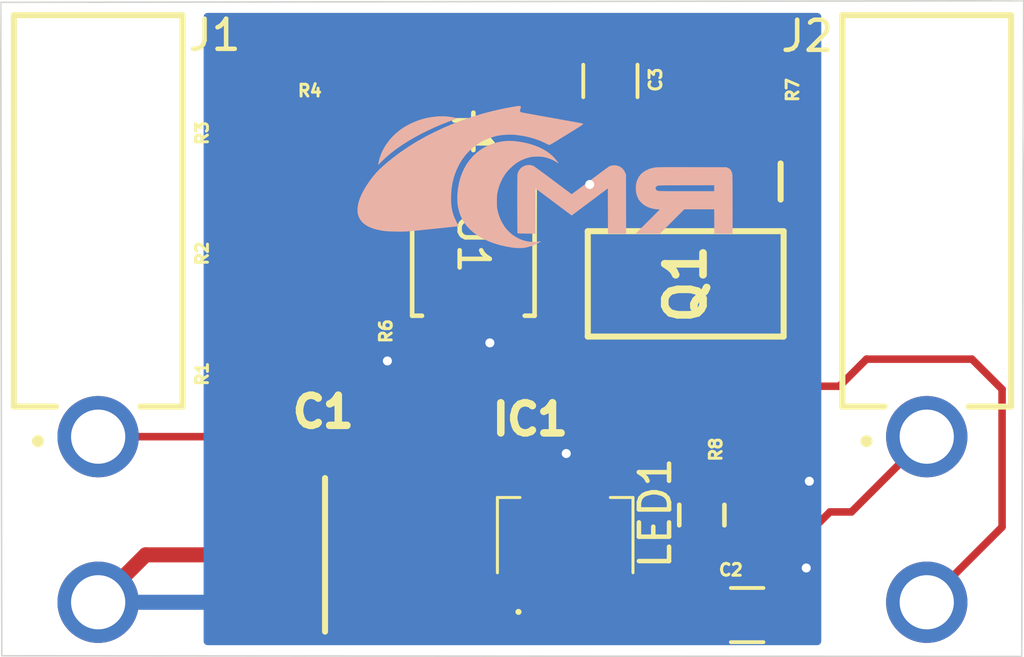
<source format=kicad_pcb>
(kicad_pcb (version 20240108) (generator "pcbnew") (generator_version "8.0")
  (title_block (title "Hight Voltage Indicator PCB") (date "2024-09-22") (rev "1") (company "RPI") (comment 1 "Gavin Silaika"))
  (layers (0 "F.Cu" signal) (31 "B.Cu" signal) (34 "B.Paste" user) (35 "F.Paste" user) (36 "B.SilkS" user "B.Silkscreen") (37 "F.SilkS" user "F.Silkscreen") (38 "B.Mask" user) (39 "F.Mask" user) (44 "Edge.Cuts" user))
  (net 0 "")
  (net 1 "/+HV")
  (net 2 "GND")
  (net 3 "Net-(IC1-VOUT)")
  (net 4 "Net-(Q1-C_2)")
  (net 5 "Net-(R1-Pad2)")
  (net 6 "Net-(R2-Pad2)")
  (net 7 "Net-(R3-Pad2)")
  (net 8 "Net-(R5-Pad2)")
  (net 9 "Net-(Q1-B)")
  (net 11 "Net-(U1-CATHODE)")
  (net 12 "Net-(LED1-Pad2)")
  (footprint "KTR03EZPF1002:RESC1608X55N" (layer "F.Cu") (at 124.5 52.56 -90)
    (property "Reference" "R7" (at 0 -1.05 90) (layer "F.SilkS") (effects (font (size 0.393701 0.393701))))
    (property "Value" "10kΩ")
    (pad "1" smd rect (at -0.78 0 270) (size 0.87 0.93) (layers "F.Cu" "F.Paste" "F.Mask") (net 11 "Net-(U1-CATHODE)"))
    (pad "2" smd rect (at 0.78 0 270) (size 0.87 0.93) (layers "F.Cu" "F.Paste" "F.Mask") (net 9 "Net-(Q1-B)"))
  )
  (footprint "KTR03EZPF2403:RESC1608X55N" (layer "F.Cu") (at 107 57.78 90)
    (property "Reference" "R2" (at -0.21 -1.05 90) (layer "F.SilkS") (effects (font (size 0.393701 0.393701))))
    (property "Value" "240kΩ")
    (pad "1" smd rect (at -0.78 0 90) (size 0.87 0.93) (layers "F.Cu" "F.Paste" "F.Mask") (net 5 "Net-(R1-Pad2)"))
    (pad "2" smd rect (at 0.78 0 90) (size 0.87 0.93) (layers "F.Cu" "F.Paste" "F.Mask") (net 6 "Net-(R2-Pad2)"))
  )
  (footprint "NCP785AH120T1G:MC78L05ACHX_1" (layer "F.Cu") (at 118 68.595)
    (property "Reference" "IC1" (at -1.16 -5.095 0) (layer "F.SilkS") (effects (font (thickness 0.25))))
    (property "Value" "NCP785AH120T1G" (hide yes))
    (fp_line (start -2.25 -2.5) (end -1.5 -2.5) (stroke (width 0.1)) (layer "F.SilkS"))
    (fp_line (start -2.25 0) (end -2.25 -2.5) (stroke (width 0.1)) (layer "F.SilkS"))
    (fp_line (start -1.6 1.3) (end -1.6 1.3) (stroke (width 0.1)) (layer "F.SilkS"))
    (fp_line (start -1.5 1.3) (end -1.5 1.3) (stroke (width 0.1)) (layer "F.SilkS"))
    (fp_line (start 2.25 -2.5) (end 1.5 -2.5) (stroke (width 0.1)) (layer "F.SilkS"))
    (fp_line (start 2.25 0) (end 2.25 -2.5) (stroke (width 0.1)) (layer "F.SilkS"))
    (fp_arc (start -1.6 1.3) (mid -1.55 1.25) (end -1.5 1.3) (stroke (width 0.1)) (layer "F.SilkS"))
    (fp_arc (start -1.5 1.3) (mid -1.55 1.35) (end -1.6 1.3) (stroke (width 0.1)) (layer "F.SilkS"))
    (pad "1" smd rect (at -1.5 0.275) (size 0.5 1.57) (layers "F.Cu" "F.Paste" "F.Mask") (net 1 "/+HV"))
    (pad "2" smd rect (at 0 0.63) (size 0.75 1.3) (layers "F.Cu" "F.Paste" "F.Mask") (net 2 "GND"))
    (pad "3" smd rect (at 1.5 0.275) (size 0.5 1.57) (layers "F.Cu" "F.Paste" "F.Mask") (net 3 "Net-(IC1-VOUT)"))
    (pad "4" smd roundrect (at 0 -1.595) (size 2.2 3.59) (layers "F.Cu" "F.Paste" "F.Mask") (roundrect_rratio 0) (chamfer_ratio 0.36) (chamfer bottom_left bottom_right) (net 2 "GND"))
  )
  (footprint "649002227222:649002227222" (layer "F.Cu") (at 130 56.575 180)
    (property "Reference" "J2" (at 3.967381 5.803818 180) (layer "F.SilkS"))
    (property "Value" "649002227222" (hide yes))
    (fp_line (start 2.8 6.5) (end 2.8 -6.5) (stroke (width 0.2)) (layer "F.SilkS"))
    (fp_line (start 2.8 -6.5) (end 1.4 -6.5) (stroke (width 0.2)) (layer "F.SilkS"))
    (fp_line (start -1.4 -6.5) (end -2.8 -6.5) (stroke (width 0.2)) (layer "F.SilkS"))
    (fp_line (start -2.8 6.5) (end 2.8 6.5) (stroke (width 0.2)) (layer "F.SilkS"))
    (fp_line (start -2.8 -6.5) (end -2.8 6.5) (stroke (width 0.2)) (layer "F.SilkS"))
    (fp_circle (center 2 -7.65) (end 2.1 -7.65) (stroke (width 0.2)) (fill none) (layer "F.SilkS"))
    (pad "" np_thru_hole circle (at 0 -0.2 180) (size 3 3) (drill 3) (layers "*.Cu" "*.Mask"))
    (pad "1" thru_hole circle (at 0 -7.5 180) (size 2.7 2.7) (drill 1.8) (layers "*.Cu" "*.Mask") (net 3 "Net-(IC1-VOUT)"))
    (pad "2" thru_hole circle (at 0 -13 180) (size 2.7 2.7) (drill 1.8) (layers "*.Cu" "*.Mask") (net 4 "Net-(Q1-C_2)"))
  )
  (footprint "CL31A226KAHNNNE:CAPC3216X180N" (layer "F.Cu") (at 119.5 52.26 -90)
    (property "Reference" "C3" (at -0.04 -1.5 90) (layer "F.SilkS") (effects (font (size 0.393701 0.393701))))
    (property "Value" "22μf")
    (fp_line (start -0.54 0.9) (end 0.54 0.9) (stroke (width 0.127)) (layer "F.SilkS"))
    (fp_line (start -0.54 -0.9) (end 0.54 -0.9) (stroke (width 0.127)) (layer "F.SilkS"))
    (pad "1" smd rect (at -1.46 0 270) (size 1.2 1.82) (layers "F.Cu" "F.Paste" "F.Mask") (net 11 "Net-(U1-CATHODE)"))
    (pad "2" smd rect (at 1.46 0 270) (size 1.2 1.82) (layers "F.Cu" "F.Paste" "F.Mask") (net 2 "GND"))
  )
  (footprint "KR355WD7LP225MV01L:CAPC6153X670N" (layer "F.Cu") (at 110.03 68 180)
    (property "Reference" "C1" (at 0.060231 4.750913 0) (layer "F.SilkS") (effects (font (thickness 0.25))))
    (property "Value" "2.2μf" (hide yes))
    (fp_line (start 0 -2.55) (end 0 2.55) (stroke (width 0.2)) (layer "F.SilkS"))
    (pad "1" smd rect (at -2.53 0 180) (size 1.86 5.52) (layers "F.Cu" "F.Paste" "F.Mask") (net 1 "/+HV"))
    (pad "2" smd rect (at 2.53 0 180) (size 1.86 5.52) (layers "F.Cu" "F.Paste" "F.Mask") (net 2 "GND"))
  )
  (footprint "649002227222:649002227222" (layer "F.Cu") (at 102.5 56.575 180)
    (property "Reference" "J1" (at -3.865831 5.837668 180) (layer "F.SilkS"))
    (property "Value" "649002227222" (hide yes))
    (fp_line (start 2.8 6.5) (end 2.8 -6.5) (stroke (width 0.2)) (layer "F.SilkS"))
    (fp_line (start 2.8 -6.5) (end 1.4 -6.5) (stroke (width 0.2)) (layer "F.SilkS"))
    (fp_line (start -1.4 -6.5) (end -2.8 -6.5) (stroke (width 0.2)) (layer "F.SilkS"))
    (fp_line (start -2.8 6.5) (end 2.8 6.5) (stroke (width 0.2)) (layer "F.SilkS"))
    (fp_line (start -2.8 -6.5) (end -2.8 6.5) (stroke (width 0.2)) (layer "F.SilkS"))
    (fp_circle (center 2 -7.65) (end 2.1 -7.65) (stroke (width 0.2)) (fill none) (layer "F.SilkS"))
    (pad "" np_thru_hole circle (at 0 -0.2 180) (size 3 3) (drill 3) (layers "*.Cu" "*.Mask"))
    (pad "1" thru_hole circle (at 0 -7.5 180) (size 2.7 2.7) (drill 1.8) (layers "*.Cu" "*.Mask") (net 1 "/+HV"))
    (pad "2" thru_hole circle (at 0 -13 180) (size 2.7 2.7) (drill 1.8) (layers "*.Cu" "*.Mask") (net 2 "GND"))
  )
  (footprint "CMD17_21VRD_TR8:LED0805N_CML" (layer "F.Cu") (at 122.535618 66.678223 90)
    (property "Reference" "LED1" (at 0.066549 -1.543365 90) (layer "F.SilkS"))
    (property "Value" "CMD17-21VRD/TR8" (hide yes))
    (fp_line (start 0.34015 -0.7493) (end -0.34015 -0.7493) (stroke (width 0.1524)) (layer "F.SilkS"))
    (fp_line (start -0.34015 0.7493) (end 0.34015 0.7493) (stroke (width 0.1524)) (layer "F.SilkS"))
    (pad "1" smd rect (at -1.0033 0 90) (size 0.7112 1.2446) (layers "F.Cu" "F.Paste" "F.Mask") (net 3 "Net-(IC1-VOUT)"))
    (pad "2" smd rect (at 1.0033 0 90) (size 0.7112 1.2446) (layers "F.Cu" "F.Paste" "F.Mask") (net 12 "Net-(LED1-Pad2)"))
  )
  (footprint "KTR03EZPF1001:RESC1608X55N" (layer "F.Cu") (at 111 60.78 -90)
    (property "Reference" "R6" (at -0.21 -1.05 90) (layer "F.SilkS") (effects (font (size 0.393701 0.393701))))
    (property "Value" "1kΩ")
    (pad "1" smd rect (at -0.78 0 270) (size 0.87 0.93) (layers "F.Cu" "F.Paste" "F.Mask") (net 8 "Net-(R5-Pad2)"))
    (pad "2" smd rect (at 0.78 0 270) (size 0.87 0.93) (layers "F.Cu" "F.Paste" "F.Mask") (net 2 "GND"))
  )
  (footprint "SBCP56-16T1G:SOT230P700X175-4N" (layer "F.Cu") (at 122 59 -90)
    (property "Reference" "Q1" (at 0 0 90) (layer "F.SilkS") (effects (font (size 1.27 1.27) (thickness 0.254))))
    (property "Value" "SBCP56-16T1G" (hide yes))
    (fp_line (start -1.75 3.25) (end -1.75 -3.25) (stroke (width 0.2)) (layer "F.SilkS"))
    (fp_line (start 1.75 3.25) (end -1.75 3.25) (stroke (width 0.2)) (layer "F.SilkS"))
    (fp_line (start -4 -3.15) (end -2.8 -3.15) (stroke (width 0.2)) (layer "F.SilkS"))
    (fp_line (start -1.75 -3.25) (end 1.75 -3.25) (stroke (width 0.2)) (layer "F.SilkS"))
    (fp_line (start 1.75 -3.25) (end 1.75 3.25) (stroke (width 0.2)) (layer "F.SilkS"))
    (pad "1" smd rect (at -3.4 -2.3) (size 1 1.2) (layers "F.Cu" "F.Paste" "F.Mask") (net 9 "Net-(Q1-B)"))
    (pad "2" smd rect (at -3.4 0) (size 1 1.2) (layers "F.Cu" "F.Paste" "F.Mask"))
    (pad "3" smd rect (at -3.4 2.3) (size 1 1.2) (layers "F.Cu" "F.Paste" "F.Mask") (net 2 "GND"))
    (pad "4" smd rect (at 3.4 0 270) (size 1.2 3.3) (layers "F.Cu" "F.Paste" "F.Mask") (net 4 "Net-(Q1-C_2)"))
  )
  (footprint "CL31A226KAHNNNE:CAPC3216X180N" (layer "F.Cu") (at 124.04 70)
    (property "Reference" "C2" (at -0.54 -1.5 0) (layer "F.SilkS") (effects (font (size 0.393701 0.393701))))
    (property "Value" "22μf")
    (fp_line (start -0.54 -0.9) (end 0.54 -0.9) (stroke (width 0.127)) (layer "F.SilkS"))
    (fp_line (start -0.54 0.9) (end 0.54 0.9) (stroke (width 0.127)) (layer "F.SilkS"))
    (pad "1" smd rect (at -1.46 0) (size 1.2 1.82) (layers "F.Cu" "F.Paste" "F.Mask") (net 3 "Net-(IC1-VOUT)"))
    (pad "2" smd rect (at 1.46 0) (size 1.2 1.82) (layers "F.Cu" "F.Paste" "F.Mask") (net 2 "GND"))
  )
  (footprint "KTR03EZPF2403:RESC1608X55N" (layer "F.Cu") (at 108.72 50.8)
    (property "Reference" "R4" (at 0.80531 1.78529 0) (layer "F.SilkS") (effects (font (size 0.393701 0.393701))))
    (property "Value" "240kΩ")
    (pad "1" smd rect (at -0.78 0) (size 0.87 0.93) (layers "F.Cu" "F.Paste" "F.Mask") (net 7 "Net-(R3-Pad2)"))
    (pad "2" smd rect (at 0.78 0) (size 0.87 0.93) (layers "F.Cu" "F.Paste" "F.Mask") (net 11 "Net-(U1-CATHODE)"))
  )
  (footprint "KTR03EZPF2403:RESC1608X55N" (layer "F.Cu") (at 107 61.78 90)
    (property "Reference" "R1" (at -0.21 -1.05 90) (layer "F.SilkS") (effects (font (size 0.393701 0.393701))))
    (property "Value" "240kΩ")
    (pad "1" smd rect (at -0.78 0 90) (size 0.87 0.93) (layers "F.Cu" "F.Paste" "F.Mask") (net 1 "/+HV"))
    (pad "2" smd rect (at 0.78 0 90) (size 0.87 0.93) (layers "F.Cu" "F.Paste" "F.Mask") (net 5 "Net-(R1-Pad2)"))
  )
  (footprint "KTR03EZPF2403:RESC1608X55N" (layer "F.Cu") (at 107 53.78 90)
    (property "Reference" "R3" (at -0.21 -1.05 90) (layer "F.SilkS") (effects (font (size 0.393701 0.393701))))
    (property "Value" "240kΩ")
    (pad "1" smd rect (at -0.78 0 90) (size 0.87 0.93) (layers "F.Cu" "F.Paste" "F.Mask") (net 6 "Net-(R2-Pad2)"))
    (pad "2" smd rect (at 0.78 0 90) (size 0.87 0.93) (layers "F.Cu" "F.Paste" "F.Mask") (net 7 "Net-(R3-Pad2)"))
  )
  (footprint "KTR03EZPF1001:RESC1608X55N" (layer "F.Cu") (at 124.78 64.5)
    (property "Reference" "R8" (at -1.78 0 90) (layer "F.SilkS") (effects (font (size 0.393701 0.393701))))
    (property "Value" "500Ω")
    (pad "1" smd rect (at -0.78 0) (size 0.87 0.93) (layers "F.Cu" "F.Paste" "F.Mask") (net 12 "Net-(LED1-Pad2)"))
    (pad "2" smd rect (at 0.78 0) (size 0.87 0.93) (layers "F.Cu" "F.Paste" "F.Mask") (net 2 "GND"))
  )
  (footprint "1SMB5927BT3G:SMB_ONS" (layer "F.Cu") (at 114.952625 57.645283 -90)
    (property "Reference" "U1" (at 0 0 -90) (layer "F.SilkS"))
    (property "Value" "1SMB5927BT3G" (hide yes))
    (fp_line (start -2.413 2.032) (end 2.413 2.032) (stroke (width 0.1524)) (layer "F.SilkS"))
    (fp_line (start 2.413 2.032) (end 2.413 1.70434) (stroke (width 0.1524)) (layer "F.SilkS"))
    (fp_line (start -2.413 1.70434) (end -2.413 2.032) (stroke (width 0.1524)) (layer "F.SilkS"))
    (fp_line (start -4.0767 0) (end -3.3147 0.635) (stroke (width 0.1524)) (layer "F.SilkS"))
    (fp_line (start -4.0767 0) (end -3.3147 0.508) (stroke (width 0.1524)) (layer "F.SilkS"))
    (fp_line (start -4.0767 0) (end -3.3147 0.381) (stroke (width 0.1524)) (layer "F.SilkS"))
    (fp_line (start -4.0767 0) (end -3.3147 0.254) (stroke (width 0.1524)) (layer "F.SilkS"))
    (fp_line (start -4.0767 0) (end -3.3147 0.127) (stroke (width 0.1524)) (layer "F.SilkS"))
    (fp_line (start -4.0767 0) (end -3.3147 -0.127) (stroke (width 0.1524)) (layer "F.SilkS"))
    (fp_line (start -4.0767 0) (end -3.3147 -0.254) (stroke (width 0.1524)) (layer "F.SilkS"))
    (fp_line (start -4.0767 0) (end -3.3147 -0.381) (stroke (width 0.1524)) (layer "F.SilkS"))
    (fp_line (start -4.0767 0) (end -3.3147 -0.508) (stroke (width 0.1524)) (layer "F.SilkS"))
    (fp_line (start -4.0767 0) (end -3.3147 -0.635) (stroke (width 0.1524)) (layer "F.SilkS"))
    (fp_line (start -3.08864 0) (end -4.3307 0) (stroke (width 0.1524)) (layer "F.SilkS"))
    (fp_line (start -4.0767 -0.635) (end -4.0767 0.635) (stroke (width 0.1524)) (layer "F.SilkS"))
    (fp_line (start -3.3147 -0.635) (end -3.3147 0.635) (stroke (width 0.1524)) (layer "F.SilkS"))
    (fp_line (start 2.413 -1.70434) (end 2.413 -2.032) (stroke (width 0.1524)) (layer "F.SilkS"))
    (fp_line (start -2.413 -2.032) (end -2.413 -1.70434) (stroke (width 0.1524)) (layer "F.SilkS"))
    (fp_line (start 2.413 -2.032) (end -2.413 -2.032) (stroke (width 0.1524)) (layer "F.SilkS"))
    (pad "1" smd rect (at -1.6764 0 270) (size 2.159 2.7432) (layers "F.Cu" "F.Paste" "F.Mask") (net 11 "Net-(U1-CATHODE)"))
    (pad "2" smd rect (at 1.6764 0 270) (size 2.159 2.7432) (layers "F.Cu" "F.Paste" "F.Mask") (net 2 "GND"))
  )
  (footprint "KTR03EZPF2002:RESC1608X55N" (layer "F.Cu") (at 111 56.84 -90)
    (property "Reference" "R5" (at -0.21 -1.05 90) (layer "F.SilkS") (effects (font (size 0.393701 0.393701))))
    (property "Value" "20kΩ")
    (pad "1" smd rect (at -0.78 0 270) (size 0.87 0.93) (layers "F.Cu" "F.Paste" "F.Mask") (net 11 "Net-(U1-CATHODE)"))
    (pad "2" smd rect (at 0.78 0 270) (size 0.87 0.93) (layers "F.Cu" "F.Paste" "F.Mask") (net 8 "Net-(R5-Pad2)"))
  )
  (footprint "RM:RM_logo" (layer "B.Cu") (at 116.84 55.88 180)
    (property "Reference" "G***" (hide yes))
    (property "Value" "LOGO" (hide yes))
    (fp_poly (pts (xy 3.039213 2.444599) (xy 3.09338 2.440938) (xy 3.281391 2.419238) (xy 3.459949 2.385705) (xy 3.631503 2.339678) (xy 3.798504 2.280493) (xy 3.963402 2.207491) (xy 3.97079 2.20388) (xy 4.057669 2.159716) (xy 4.1344 2.116997) (xy 4.206445 2.072384) (xy 4.279264 2.022539) (xy 4.338679 1.978957) (xy 4.4675 1.873239) (xy 4.586042 1.757632) (xy 4.693386 1.633466) (xy 4.788613 1.502072) (xy 4.870805 1.364783) (xy 4.939043 1.222928) (xy 4.992408 1.07784) (xy 5.01441 0.999839) (xy 5.023942 0.959749) (xy 5.032256 0.92055) (xy 5.038824 0.885291) (xy 5.043122 0.857021) (xy 5.044622 0.838787) (xy 5.043098 0.833492) (xy 5.036662 0.839328) (xy 5.02063 0.85497) (xy 4.996851 0.878581) (xy 4.967175 0.908326) (xy 4.933901 0.941913) (xy 4.790703 1.078356) (xy 4.632086 1.213531) (xy 4.458935 1.346919) (xy 4.272138 1.478003) (xy 4.072583 1.606265) (xy 3.861155 1.731185) (xy 3.638742 1.852246) (xy 3.40623 1.968929) (xy 3.164507 2.080716) (xy 2.914459 2.18709) (xy 2.656973 2.287531) (xy 2.587339 2.313184) (xy 2.539353 2.331027) (xy 2.497843 2.347199) (xy 2.464807 2.36086) (xy 2.442246 2.371166) (xy 2.432159 2.377277) (xy 2.432262 2.378449) (xy 2.512592 2.402283) (xy 2.60547 2.421392) (xy 2.707735 2.435477) (xy 2.816222 2.44424) (xy 2.927769 2.44738)) (fill solid) (layer "B.SilkS"))
    (fp_poly (pts (xy 0.802255 1.625316) (xy 0.916401 1.613903) (xy 0.938625 1.610892) (xy 1.100011 1.580122) (xy 1.256279 1.53422) (xy 1.406448 1.473681) (xy 1.549536 1.399003) (xy 1.684563 1.310682) (xy 1.810547 1.209216) (xy 1.898677 1.124617) (xy 2.008695 0.999122) (xy 2.106106 0.863464) (xy 2.19076 0.718023) (xy 2.26251 0.563186) (xy 2.321205 0.399333) (xy 2.366698 0.226851) (xy 2.398838 0.046121) (xy 2.417478 -0.142473) (xy 2.421132 -0.220373) (xy 2.419218 -0.383075) (xy 2.4027 -0.538499) (xy 2.371617 -0.686585) (xy 2.326005 -0.827274) (xy 2.265902 -0.960505) (xy 2.191346 -1.08622) (xy 2.102374 -1.204359) (xy 1.999024 -1.314863) (xy 1.881332 -1.417671) (xy 1.749338 -1.512725) (xy 1.603078 -1.599964) (xy 1.526805 -1.639548) (xy 1.397949 -1.699162) (xy 1.265174 -1.751862) (xy 1.126019 -1.798407) (xy 0.978024 -1.839553) (xy 0.818729 -1.876058) (xy 0.661118 -1.906013) (xy 0.576974 -1.918263) (xy 0.489205 -1.926741) (xy 0.401832 -1.931311) (xy 0.318873 -1.931836) (xy 0.244346 -1.928177) (xy 0.192847 -1.922041) (xy 0.118825 -1.907617) (xy 0.040655 -1.888223) (xy -0.034647 -1.865756) (xy -0.095139 -1.844095) (xy -0.132391 -1.828317) (xy -0.175542 -1.808506) (xy -0.220748 -1.78659) (xy -0.264169 -1.764496) (xy -0.301961 -1.744154) (xy -0.330283 -1.727491) (xy -0.338721 -1.721846) (xy -0.363207 -1.704305) (xy -0.336206 -1.709048) (xy -0.195649 -1.725919) (xy -0.05746 -1.726686) (xy 0.078679 -1.711348) (xy 0.102345 -1.707003) (xy 0.234632 -1.673207) (xy 0.360444 -1.62488) (xy 0.479093 -1.562752) (xy 0.589891 -1.487554) (xy 0.692148 -1.400018) (xy 0.785179 -1.300876) (xy 0.868293 -1.190858) (xy 0.940804 -1.070696) (xy 1.002023 -0.941121) (xy 1.051262 -0.802865) (xy 1.0871 -0.660302) (xy 1.093264 -0.628165) (xy 1.097929 -0.598624) (xy 1.101293 -0.568605) (xy 1.103554 -0.535033) (xy 1.10491 -0.494833) (xy 1.105558 -0.444931) (xy 1.105696 -0.382251) (xy 1.105684 -0.371369) (xy 1.105478 -0.307861) (xy 1.104893 -0.257562) (xy 1.103698 -0.217359) (xy 1.101661 -0.184139) (xy 1.098551 -0.154787) (xy 1.094136 -0.126191) (xy 1.088184 -0.095237) (xy 1.083466 -0.072775) (xy 1.051487 0.055655) (xy 1.011876 0.174865) (xy 0.962483 0.291014) (xy 0.941242 0.334559) (xy 0.896677 0.41828) (xy 0.851716 0.492047) (xy 0.803218 0.560171) (xy 0.74804 0.626961) (xy 0.683043 0.69673) (xy 0.661377 0.718669) (xy 0.554083 0.817101) (xy 0.443417 0.90031) (xy 0.327497 0.96933) (xy 0.204441 1.025195) (xy 0.072366 1.068938) (xy -0.016324 1.090737) (xy -0.063451 1.098187) (xy -0.122368 1.103325) (xy -0.188701 1.106149) (xy -0.258081 1.106654) (xy -0.326135 1.104836) (xy -0.388493 1.100691) (xy -0.440783 1.094214) (xy -0.457069 1.091149) (xy -0.581533 1.058026) (xy -0.701872 1.013111) (xy -0.814271 0.957982) (xy -0.887972 0.912962) (xy -0.914861 0.895425) (xy -0.931242 0.88652) (xy -0.93722 0.887102) (xy -0.932901 0.898025) (xy -0.918391 0.920142) (xy -0.893797 0.954308) (xy -0.893196 0.955129) (xy -0.801935 1.066052) (xy -0.697466 1.167431) (xy -0.579847 1.259235) (xy -0.449135 1.341434) (xy -0.305387 1.413998) (xy -0.148661 1.476897) (xy 0.020987 1.5301) (xy 0.203498 1.573578) (xy 0.320973 1.595286) (xy 0.452887 1.614346) (xy 0.574442 1.625638) (xy 0.689584 1.629261)) (fill solid) (layer "B.SilkS"))
    (fp_poly (pts (xy 0.120875 0.822783) (xy 0.189808 0.802305) (xy 0.253466 0.769838) (xy 0.310051 0.72637) (xy 0.357762 0.672892) (xy 0.394802 0.610392) (xy 0.41937 0.53986) (xy 0.424566 0.514203) (xy 0.425618 0.499865) (xy 0.426576 0.470847) (xy 0.427442 0.428377) (xy 0.428215 0.373682) (xy 0.428896 0.307988) (xy 0.429487 0.232522) (xy 0.429988 0.148512) (xy 0.430401 0.057183) (xy 0.430725 -0.040237) (xy 0.430962 -0.142522) (xy 0.431112 -0.248443) (xy 0.431177 -0.356776) (xy 0.431156 -0.466292) (xy 0.431052 -0.575765) (xy 0.430865 -0.683969) (xy 0.430595 -0.789675) (xy 0.430244 -0.891658) (xy 0.429812 -0.98869) (xy 0.4293 -1.079545) (xy 0.428709 -1.162995) (xy 0.42804 -1.237815) (xy 0.427294 -1.302776) (xy 0.426471 -1.356653) (xy 0.425572 -1.398218) (xy 0.424598 -1.426244) (xy 0.42355 -1.439505) (xy 0.423254 -1.440395) (xy 0.41416 -1.44173) (xy 0.390606 -1.443209) (xy 0.354452 -1.44477) (xy 0.307562 -1.446348) (xy 0.251796 -1.447882) (xy 0.189017 -1.449308) (xy 0.123345 -1.450526) (xy -0.171316 -1.455411) (xy -0.173399 -0.702713) (xy -0.175482 0.049985) (xy -0.774711 -0.399429) (xy -0.861965 -0.464858) (xy -0.945431 -0.527425) (xy -1.024193 -0.586446) (xy -1.097337 -0.641235) (xy -1.163946 -0.691107) (xy -1.223107 -0.73538) (xy -1.273905 -0.773366) (xy -1.315423 -0.804382) (xy -1.346748 -0.827744) (xy -1.366964 -0.842765) (xy -1.375155 -0.848762) (xy -1.375289 -0.848843) (xy -1.381865 -0.844059) (xy -1.400583 -0.830162) (xy -1.430528 -0.807837) (xy -1.470784 -0.777768) (xy -1.520437 -0.740641) (xy -1.578572 -0.697141) (xy -1.644273 -0.647951) (xy -1.716626 -0.593757) (xy -1.794716 -0.535244) (xy -1.877627 -0.473095) (xy -1.964444 -0.407997) (xy -1.975868 -0.399429) (xy -2.575096 0.049985) (xy -2.577179 -0.701422) (xy -2.579262 -1.452828) (xy -2.881403 -1.452828) (xy -3.183543 -1.452828) (xy -3.181312 -0.471353) (xy -3.179081 0.510122) (xy -3.159484 0.559094) (xy -3.12133 0.635286) (xy -3.072972 0.698765) (xy -3.014506 0.749453) (xy -2.946023 0.787267) (xy -2.867619 0.812129) (xy -2.862773 0.813171) (xy -2.792693 0.820598) (xy -2.721513 0.81483) (xy -2.653836 0.796589) (xy -2.603663 0.772519) (xy -2.593031 0.765178) (xy -2.570312 0.748767) (xy -2.536479 0.724006) (xy -2.492506 0.691617) (xy -2.439364 0.652322) (xy -2.378028 0.606843) (xy -2.309471 0.5559) (xy -2.234665 0.500217) (xy -2.154585 0.440513) (xy -2.070202 0.377512) (xy -1.982491 0.311934) (xy -1.977623 0.308292) (xy -1.890398 0.243064) (xy -1.806907 0.180697) (xy -1.728072 0.121877) (xy -1.654817 0.067289) (xy -1.588065 0.01762) (xy -1.52874 -0.026444) (xy -1.477765 -0.064218) (xy -1.436064 -0.095017) (xy -1.404559 -0.118154) (xy -1.384174 -0.132944) (xy -1.375832 -0.138701) (xy -1.375693 -0.138753) (xy -1.368667 -0.133965) (xy -1.349494 -0.120048) (xy -1.319081 -0.097678) (xy -1.278334 -0.06753) (xy -1.22816 -0.030278) (xy -1.169464 0.013403) (xy -1.103154 0.062838) (xy -1.030136 0.117352) (xy -0.951315 0.176272) (xy -0.867599 0.238921) (xy -0.779894 0.304626) (xy -0.752954 0.324821) (xy -0.663495 0.391768) (xy -0.577185 0.456108) (xy -0.494987 0.517138) (xy -0.417868 0.574153) (xy -0.346791 0.626446) (xy -0.282721 0.673314) (xy -0.226623 0.714051) (xy -0.179462 0.747952) (xy -0.142201 0.774312) (xy -0.115806 0.792426) (xy -0.101242 0.801589) (xy -0.099581 0.802391) (xy -0.025619 0.823815) (xy 0.048466 0.830283)) (fill solid) (layer "B.SilkS"))
    (fp_poly (pts (xy -4.709184 0.758027) (xy -4.616565 0.757912) (xy -4.535191 0.757691) (xy -4.464213 0.757357) (xy -4.402786 0.756901) (xy -4.350062 0.756317) (xy -4.305196 0.755598) (xy -4.26734 0.754735) (xy -4.235647 0.753723) (xy -4.209272 0.752552) (xy -4.187367 0.751217) (xy -4.169085 0.74971) (xy -4.153581 0.748023) (xy -4.143353 0.746648) (xy -4.027473 0.723172) (xy -3.921502 0.688164) (xy -3.826036 0.642099) (xy -3.741672 0.585452) (xy -3.669006 0.518698) (xy -3.608634 0.442313) (xy -3.561153 0.35677) (xy -3.527158 0.262545) (xy -3.524865 0.253982) (xy -3.517397 0.218185) (xy -3.510661 0.17317) (xy -3.505633 0.126042) (xy -3.503927 0.101385) (xy -3.504893 -0.012041) (xy -3.519947 -0.117611) (xy -3.5489 -0.214992) (xy -3.591562 -0.303847) (xy -3.647741 -0.383843) (xy -3.71725 -0.454645) (xy -3.799897 -0.515919) (xy -3.879042 -0.559639) (xy -3.952509 -0.589849) (xy -4.034154 -0.614751) (xy -4.118134 -0.63297) (xy -4.198606 -0.643133) (xy -4.241204 -0.644795) (xy -4.267916 -0.645666) (xy -4.286674 -0.647942) (xy -4.293188 -0.650885) (xy -4.287562 -0.657532) (xy -4.271309 -0.674755) (xy -4.245359 -0.701608) (xy -4.210646 -0.737142) (xy -4.168104 -0.780412) (xy -4.118665 -0.830469) (xy -4.063261 -0.886366) (xy -4.002826 -0.947156) (xy -3.938293 -1.011891) (xy -3.895324 -1.054902) (xy -3.49746 -1.452828) (xy -3.901476 -1.452828) (xy -4.305492 -1.452828) (xy -4.709447 -1.048811) (xy -5.113402 -0.644795) (xy -5.609195 -0.644795) (xy -6.104988 -0.644795) (xy -6.107105 -1.046771) (xy -6.109222 -1.448747) (xy -6.407715 -1.450887) (xy -6.475974 -1.451228) (xy -6.539043 -1.45126) (xy -6.595071 -1.451004) (xy -6.642205 -1.450479) (xy -6.678594 -1.449706) (xy -6.702387 -1.448707) (xy -6.71173 -1.447502) (xy -6.711748 -1.447486) (xy -6.712704 -1.438523) (xy -6.713565 -1.414464) (xy -6.714332 -1.376533) (xy -6.715007 -1.325958) (xy -6.71559 -1.263966) (xy -6.716084 -1.191782) (xy -6.71649 -1.110632) (xy -6.716809 -1.021745) (xy -6.717043 -0.926345) (xy -6.717193 -0.825659) (xy -6.717262 -0.720914) (xy -6.71725 -0.613335) (xy -6.717159 -0.504151) (xy -6.71699 -0.394586) (xy -6.716746 -0.285868) (xy -6.716427 -0.179223) (xy -6.716035 -0.075876) (xy -6.715571 0.022944) (xy -6.715374 0.057269) (xy -6.105141 0.057269) (xy -6.105141 -0.04081) (xy -5.1808 -0.040631) (xy -5.038026 -0.040594) (xy -4.910661 -0.040531) (xy -4.797788 -0.040428) (xy -4.698492 -0.04027) (xy -4.611857 -0.040044) (xy -4.536968 -0.039733) (xy -4.472908 -0.039324) (xy -4.418764 -0.038803) (xy -4.373617 -0.038155) (xy -4.336554 -0.037364) (xy -4.306658 -0.036418) (xy -4.283014 -0.035301) (xy -4.264705 -0.033998) (xy -4.250817 -0.032496) (xy -4.240434 -0.030779) (xy -4.23264 -0.028833) (xy -4.226519 -0.026645) (xy -4.223811 -0.02546) (xy -4.187166 -0.003268) (xy -4.165889 0.022912) (xy -4.159332 0.0524) (xy -4.166875 0.088075) (xy -4.189307 0.117335) (xy -4.217078 0.135492) (xy -4.222368 0.137881) (xy -4.228691 0.140015) (xy -4.23696 0.141911) (xy -4.248089 0.143586) (xy -4.262989 0.145058) (xy -4.282576 0.146342) (xy -4.30776 0.147455) (xy -4.339456 0.148415) (xy -4.378577 0.149238) (xy -4.426035 0.149941) (xy -4.482743 0.15054) (xy -4.549615 0.151054) (xy -4.627563 0.151498) (xy -4.717501 0.151889) (xy -4.820342 0.152244) (xy -4.936998 0.15258) (xy -5.068383 0.152914) (xy -5.176719 0.153172) (xy -6.105141 0.155348) (xy -6.105141 0.057269) (xy -6.715374 0.057269) (xy -6.715038 0.116013) (xy -6.714436 0.202103) (xy -6.713768 0.279988) (xy -6.713034 0.348442) (xy -6.712236 0.406238) (xy -6.711375 0.452149) (xy -6.710454 0.484951) (xy -6.709474 0.503415) (xy -6.709342 0.504701) (xy -6.695306 0.576439) (xy -6.670936 0.635782) (xy -6.63589 0.683239) (xy -6.589829 0.719319) (xy -6.555035 0.736424) (xy -6.509158 0.75498) (xy -5.370566 0.757261) (xy -5.209028 0.757568) (xy -5.062968 0.757806) (xy -4.931539 0.757966) (xy -4.813893 0.758042)) (fill solid) (layer "B.SilkS"))
    (fp_poly (pts (xy 0.410747 2.787221) (xy 0.46584 2.779758) (xy 0.522648 2.770753) (xy 0.867296 2.70766) (xy 1.210603 2.631467) (xy 1.551391 2.542645) (xy 1.888483 2.441667) (xy 2.2207 2.329004) (xy 2.546865 2.205127) (xy 2.865801 2.070507) (xy 3.176329 1.925616) (xy 3.477271 1.770926) (xy 3.767451 1.606907) (xy 4.045689 1.434031) (xy 4.305431 1.256626) (xy 4.39888 1.188355) (xy 4.493956 1.116387) (xy 4.588895 1.042203) (xy 4.68193 0.967282) (xy 4.771297 0.893104) (xy 4.855229 0.821149) (xy 4.931962 0.752896) (xy 4.99973 0.689824) (xy 5.056767 0.633413) (xy 5.085802 0.602613) (xy 5.190947 0.481285) (xy 5.290299 0.355089) (xy 5.382563 0.226072) (xy 5.466444 0.096283) (xy 5.540647 -0.032231) (xy 5.603876 -0.157421) (xy 5.654837 -0.277241) (xy 5.671673 -0.323721) (xy 5.700195 -0.420807) (xy 5.719965 -0.518498) (xy 5.730692 -0.613714) (xy 5.732081 -0.703376) (xy 5.72384 -0.784404) (xy 5.718164 -0.812115) (xy 5.688586 -0.902549) (xy 5.644751 -0.985281) (xy 5.586638 -1.060325) (xy 5.514222 -1.127694) (xy 5.427482 -1.187403) (xy 5.326393 -1.239466) (xy 5.210933 -1.283898) (xy 5.081079 -1.320712) (xy 4.936807 -1.349923) (xy 4.815553 -1.367282) (xy 4.768678 -1.371718) (xy 4.708468 -1.37556) (xy 4.637904 -1.378761) (xy 4.559964 -1.381274) (xy 4.477629 -1.383051) (xy 4.39388 -1.384044) (xy 4.311695 -1.384205) (xy 4.234054 -1.383486) (xy 4.163939 -1.38184) (xy 4.104328 -1.379219) (xy 4.097301 -1.378791) (xy 4.059948 -1.37611) (xy 4.009354 -1.372011) (xy 3.948513 -1.366759) (xy 3.880422 -1.360624) (xy 3.808076 -1.353873) (xy 3.734469 -1.346774) (xy 3.693284 -1.342692) (xy 3.615196 -1.334835) (xy 3.530436 -1.326238) (xy 3.440354 -1.317044) (xy 3.346301 -1.307395) (xy 3.249627 -1.297431) (xy 3.15168 -1.287295) (xy 3.053812 -1.277128) (xy 2.957373 -1.267071) (xy 2.863712 -1.257267) (xy 2.774179 -1.247857) (xy 2.690124 -1.238982) (xy 2.612898 -1.230784) (xy 2.54385 -1.223404) (xy 2.48433 -1.216985) (xy 2.435688 -1.211667) (xy 2.399274 -1.207593) (xy 2.376439 -1.204903) (xy 2.368538 -1.203751) (xy 2.371319 -1.196375) (xy 2.381008 -1.17905) (xy 2.395537 -1.155462) (xy 2.396186 -1.154447) (xy 2.422676 -1.109327) (xy 2.451898 -1.053386) (xy 2.481651 -0.991364) (xy 2.509733 -0.927999) (xy 2.533942 -0.868032) (xy 2.54948 -0.824358) (xy 2.576336 -0.734143) (xy 2.597018 -0.645756) (xy 2.611945 -0.555828) (xy 2.621538 -0.460992) (xy 2.626218 -0.357881) (xy 2.626405 -0.243125) (xy 2.625816 -0.212948) (xy 2.618073 -0.052558) (xy 2.602095 0.097405) (xy 2.577181 0.240995) (xy 2.542627 0.382268) (xy 2.49801 0.524474) (xy 2.431779 0.692847) (xy 2.353062 0.85202) (xy 2.262475 1.001409) (xy 2.160633 1.140432) (xy 2.048151 1.268504) (xy 1.925644 1.385042) (xy 1.793727 1.489463) (xy 1.653015 1.581184) (xy 1.504123 1.659621) (xy 1.347667 1.72419) (xy 1.18426 1.774308) (xy 1.178916 1.775668) (xy 1.097613 1.794913) (xy 1.022518 1.809536) (xy 0.948614 1.820202) (xy 0.870884 1.827572) (xy 0.784313 1.832309) (xy 0.738657 1.833828) (xy 0.665233 1.835262) (xy 0.603112 1.834959) (xy 0.547347 1.832757) (xy 0.492994 1.828495) (xy 0.457069 1.824659) (xy 0.245405 1.793806) (xy 0.044558 1.751599) (xy -0.145176 1.698125) (xy -0.323501 1.633469) (xy -0.490121 1.557719) (xy -0.528201 1.537969) (xy -0.563096 1.520255) (xy -0.594332 1.505928) (xy -0.618228 1.496582) (xy -0.630225 1.493745) (xy -0.635995 1.494238) (xy -0.643219 1.496009) (xy -0.652797 1.499586) (xy -0.665629 1.505502) (xy -0.682614 1.514285) (xy -0.704652 1.526465) (xy -0.732644 1.542573) (xy -0.767489 1.563139) (xy -0.810086 1.588692) (xy -0.861336 1.619763) (xy -0.922138 1.656882) (xy -0.993393 1.700578) (xy -1.075999 1.751382) (xy -1.170858 1.809824) (xy -1.256941 1.862908) (xy -1.355731 1.923873) (xy -1.441412 1.976877) (xy -1.514781 2.022513) (xy -1.576634 2.061373) (xy -1.627765 2.094049) (xy -1.668972 2.121132) (xy -1.701049 2.143214) (xy -1.724793 2.160888) (xy -1.740999 2.174745) (xy -1.750464 2.185378) (xy -1.753983 2.193378) (xy -1.752353 2.199337) (xy -1.746368 2.203847) (xy -1.736825 2.207501) (xy -1.724721 2.210837) (xy -1.712855 2.21327) (xy -1.68593 2.218386) (xy -1.644958 2.226001) (xy -1.59095 2.235933) (xy -1.524917 2.247998) (xy -1.447872 2.262012) (xy -1.360826 2.277792) (xy -1.26479 2.295155) (xy -1.160776 2.313917) (xy -1.049795 2.333895) (xy -0.932859 2.354905) (xy -0.810979 2.376764) (xy -0.706009 2.39556) (xy -0.580973 2.417967) (xy -0.46017 2.439684) (xy -0.344598 2.460527) (xy -0.235257 2.480313) (xy -0.133146 2.49886) (xy -0.039265 2.515983) (xy 0.045389 2.531501) (xy 0.119816 2.54523) (xy 0.183016 2.556986) (xy 0.233991 2.566588) (xy 0.271741 2.573851) (xy 0.295267 2.578593) (xy 0.303333 2.580504) (xy 0.32644 2.595713) (xy 0.337311 2.619773) (xy 0.336156 2.653618) (xy 0.327336 2.686547) (xy 0.316395 2.721421) (xy 0.310806 2.748486) (xy 0.311927 2.76833) (xy 0.321121 2.781538) (xy 0.339748 2.788698) (xy 0.36917 2.790397)) (fill solid) (layer "B.SilkS"))
  )
  (gr_line (start 99.267278 49.649939) (end 133.215856 49.596448) (stroke (width 0.05)) (layer "Edge.Cuts"))
  (gr_line (start 99.267278 49.649939) (end 99.30071 71.351795) (stroke (width 0.05)) (layer "Edge.Cuts"))
  (gr_line (start 133.151805 71.375569) (end 99.30071 71.351795) (stroke (width 0.05)) (layer "Edge.Cuts"))
  (gr_line (start 133.215856 49.596448) (end 133.151805 71.375569) (stroke (width 0.05)) (layer "Edge.Cuts"))
  (segment (start 107 64.075) (end 107 62.56) (width 0.25) (layer "F.Cu") (net 1))
  (segment (start 102.5 64.075) (end 107 64.075) (width 0.25) (layer "F.Cu") (net 1))
  (segment (start 115.63 68) (end 116.5 68.87) (width 0.25) (layer "F.Cu") (net 1))
  (segment (start 112.075 64.075) (end 112.56 64.56) (width 0.25) (layer "F.Cu") (net 1))
  (segment (start 112.56 68) (end 115.63 68) (width 0.25) (layer "F.Cu") (net 1))
  (segment (start 107 64.075) (end 112.075 64.075) (width 0.25) (layer "F.Cu") (net 1))
  (segment (start 112.56 64.56) (end 112.56 68) (width 0.25) (layer "F.Cu") (net 1))
  (segment (start 119.5 55.4) (end 119.7 55.6) (width 0.25) (layer "F.Cu") (net 2))
  (segment (start 118 67) (end 118 69.225) (width 0.25) (layer "F.Cu") (net 2))
  (segment (start 119.7 55.6) (end 118.9128 55.6) (width 0.25) (layer "F.Cu") (net 2))
  (segment (start 125.56 64.5) (end 125.56 65.011193) (width 0.25) (layer "F.Cu") (net 2))
  (segment (start 107.5 68) (end 104.075 68) (width 0.5) (layer "F.Cu") (net 2))
  (segment (start 125.56 65.011193) (end 126.103599 65.554792) (width 0.25) (layer "F.Cu") (net 2))
  (segment (start 126 68.436234) (end 126 69.5) (width 0.25) (layer "F.Cu") (net 2))
  (segment (start 114.952625 59.321683) (end 114.952625 60.412625) (width 0.25) (layer "F.Cu") (net 2))
  (segment (start 114.952625 60.412625) (end 115.5 60.96) (width 0.25) (layer "F.Cu") (net 2))
  (segment (start 118 67) (end 118 64.670091) (width 0.25) (layer "F.Cu") (net 2))
  (segment (start 104.075 68) (end 102.5 69.575) (width 0.5) (layer "F.Cu") (net 2))
  (segment (start 118.9128 55.6) (end 118.813725 55.699075) (width 0.25) (layer "F.Cu") (net 2))
  (segment (start 126 69.5) (end 125.5 70) (width 0.25) (layer "F.Cu") (net 2))
  (segment (start 119.5 53.5) (end 119.5 55.4) (width 0.25) (layer "F.Cu") (net 2))
  (segment (start 112.099919 61.56) (end 111 61.56) (width 0.25) (layer "F.Cu") (net 2))
  (segment (start 118 64.670091) (end 118.0352 64.634891) (width 0.25) (layer "F.Cu") (net 2))
  (via (at 126.103599 65.554792) (size 0.6) (drill 0.3) (layers "F.Cu" "B.Cu") (net 2))
  (via (at 118.813725 55.699075) (size 0.6) (drill 0.3) (layers "F.Cu" "B.Cu") (net 2))
  (via (at 126 68.436234) (size 0.6) (drill 0.3) (layers "F.Cu" "B.Cu") (net 2))
  (via (at 112.099919 61.56) (size 0.6) (drill 0.3) (layers "F.Cu" "B.Cu") (net 2))
  (via (at 118.0352 64.634891) (size 0.6) (drill 0.3) (layers "F.Cu" "B.Cu") (net 2))
  (via (at 115.5 60.96) (size 0.6) (drill 0.3) (layers "F.Cu" "B.Cu") (net 2))
  (segment (start 106.425 69.575) (end 106.5 69.5) (width 0.5) (layer "B.Cu") (net 2))
  (segment (start 102.5 69.575) (end 106.425 69.575) (width 0.5) (layer "B.Cu") (net 2))
  (segment (start 126.785729 66.575) (end 127.5 66.575) (width 0.25) (layer "F.Cu") (net 3))
  (segment (start 125.679206 67.681523) (end 126.785729 66.575) (width 0.25) (layer "F.Cu") (net 3))
  (segment (start 119.5 68.87) (end 119.87 68.87) (width 0.25) (layer "F.Cu") (net 3))
  (segment (start 121 70) (end 122.58 70) (width 0.25) (layer "F.Cu") (net 3))
  (segment (start 123.08 69.92) (end 123 69.84) (width 0.25) (layer "F.Cu") (net 3))
  (segment (start 122.535618 69.955618) (end 122.535618 67.681523) (width 0.25) (layer "F.Cu") (net 3))
  (segment (start 123.08 70) (end 123.08 69.92) (width 0.25) (layer "F.Cu") (net 3))
  (segment (start 127.5 66.575) (end 130 64.075) (width 0.25) (layer "F.Cu") (net 3))
  (segment (start 119.87 68.87) (end 121 70) (width 0.25) (layer "F.Cu") (net 3))
  (segment (start 122.535618 67.681523) (end 125.679206 67.681523) (width 0.25) (layer "F.Cu") (net 3))
  (segment (start 122.58 70) (end 122.535618 69.955618) (width 0.25) (layer "F.Cu") (net 3))
  (segment (start 131.5 61.5) (end 132.5 62.5) (width 0.25) (layer "F.Cu") (net 4))
  (segment (start 122 62.4) (end 127.1 62.4) (width 0.25) (layer "F.Cu") (net 4))
  (segment (start 132.5 67.075) (end 130 69.575) (width 0.25) (layer "F.Cu") (net 4))
  (segment (start 128 61.5) (end 131.5 61.5) (width 0.25) (layer "F.Cu") (net 4))
  (segment (start 127.1 62.4) (end 128 61.5) (width 0.25) (layer "F.Cu") (net 4))
  (segment (start 132.5 62.5) (end 132.5 67.075) (width 0.25) (layer "F.Cu") (net 4))
  (segment (start 107 61) (end 107 58.56) (width 0.25) (layer "F.Cu") (net 5))
  (segment (start 107 57) (end 107 54.56) (width 0.25) (layer "F.Cu") (net 6))
  (segment (start 107.64 50.8) (end 107 51.44) (width 0.25) (layer "F.Cu") (net 7))
  (segment (start 107 53) (end 107 51.44) (width 0.25) (layer "F.Cu") (net 7))
  (segment (start 107.94 50.8) (end 107.64 50.8) (width 0.25) (layer "F.Cu") (net 7))
  (segment (start 111 57.62) (end 111 60) (width 0.25) (layer "F.Cu") (net 8))
  (segment (start 124.5 55.4) (end 124.3 55.6) (width 0.25) (layer "F.Cu") (net 9))
  (segment (start 124.5 52.28) (end 124.5 55.4) (width 0.25) (layer "F.Cu") (net 9))
  (segment (start 123.52 50.8) (end 124.5 51.78) (width 0.25) (layer "F.Cu") (net 11))
  (segment (start 114.952625 50.814063) (end 114.966688 50.8) (width 0.25) (layer "F.Cu") (net 11))
  (segment (start 110.969895 50.8) (end 114.966688 50.8) (width 0.25) (layer "F.Cu") (net 11))
  (segment (start 114.966688 50.8) (end 119.5 50.8) (width 0.25) (layer "F.Cu") (net 11))
  (segment (start 114.952625 55.968883) (end 114.952625 50.814063) (width 0.25) (layer "F.Cu") (net 11))
  (segment (start 111 56.06) (end 111 50.830105) (width 0.25) (layer "F.Cu") (net 11))
  (segment (start 119.5 50.8) (end 123.52 50.8) (width 0.25) (layer "F.Cu") (net 11))
  (segment (start 111 50.830105) (end 110.969895 50.8) (width 0.25) (layer "F.Cu") (net 11))
  (segment (start 109.5 50.8) (end 110.969895 50.8) (width 0.25) (layer "F.Cu") (net 11))
  (segment (start 122.825077 65.674923) (end 124 64.5) (width 0.25) (layer "F.Cu") (net 12))
  (segment (start 122.535618 65.674923) (end 122.825077 65.674923) (width 0.25) (layer "F.Cu") (net 12))
  (zone (net 2) (net_name "GND") (layer "B.Cu") (connect_pads (clearance 0.5)) (min_thickness 0.25) (fill yes (thermal_gap 0.5) (thermal_bridge_width 0.5))
    (polygon (pts (xy 106 50) (xy 126.5 50) (xy 126.5 71) (xy 106 71)))
  )
)
</source>
